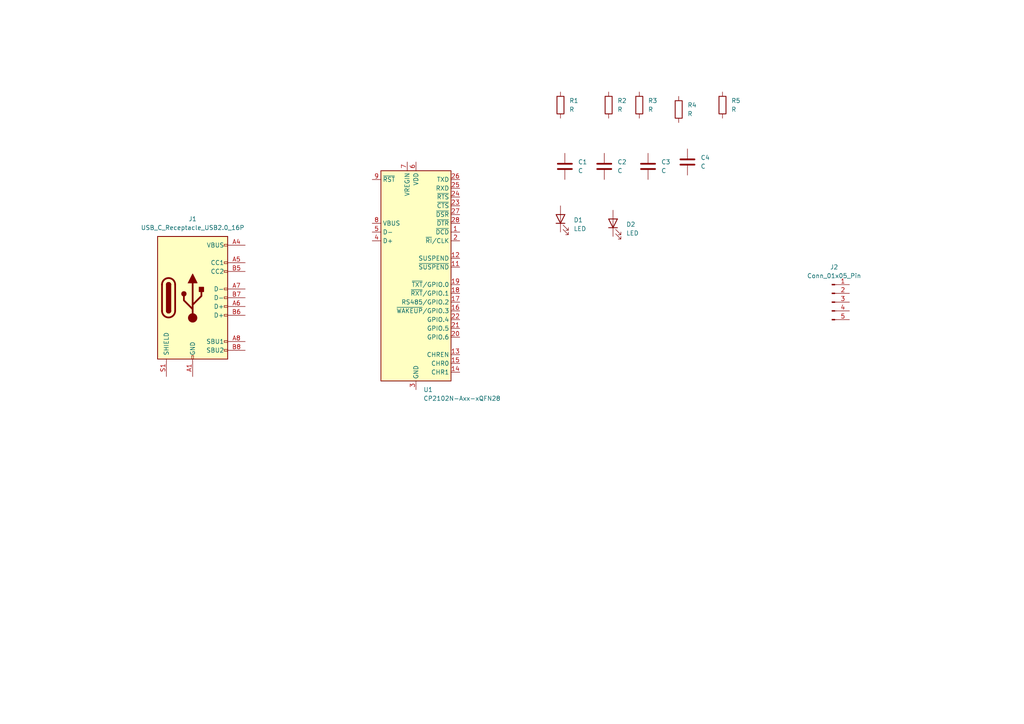
<source format=kicad_sch>
(kicad_sch (version 20250114) (generator "eeschema") (generator_version "9.0")
  (paper "A4")
  (title_block (title "USB to UART Converter Project"))
  (lib_symbols
    (symbol "Connector:Conn_01x05_Pin" (pin_names (offset 1.016) (hide yes))
      (property "Reference" "J" (at 0 7.62 0))
      (property "Value" "Conn_01x05_Pin" (at 0 -7.62 0))
      (symbol "Conn_01x05_Pin_1_1"
        (rectangle (start 0.8636 5.207) (end 0 4.953) (stroke (width 0.1524)) (fill (type outline)))
        (rectangle (start 0.8636 2.667) (end 0 2.413) (stroke (width 0.1524)) (fill (type outline)))
        (rectangle (start 0.8636 0.127) (end 0 -0.127) (stroke (width 0.1524)) (fill (type outline)))
        (rectangle (start 0.8636 -2.413) (end 0 -2.667) (stroke (width 0.1524)) (fill (type outline)))
        (rectangle (start 0.8636 -4.953) (end 0 -5.207) (stroke (width 0.1524)) (fill (type outline)))
        (polyline (pts (xy 1.27 5.08) (xy 0.8636 5.08)) (stroke (width 0.1524)))
        (polyline (pts (xy 1.27 2.54) (xy 0.8636 2.54)) (stroke (width 0.1524)))
        (polyline (pts (xy 1.27 0) (xy 0.8636 0)) (stroke (width 0.1524)))
        (polyline (pts (xy 1.27 -2.54) (xy 0.8636 -2.54)) (stroke (width 0.1524)))
        (polyline (pts (xy 1.27 -5.08) (xy 0.8636 -5.08)) (stroke (width 0.1524)))
        (pin passive line (at 5.08 5.08 180) (length 3.81) (name "Pin_1") (number "1"))
        (pin passive line (at 5.08 2.54 180) (length 3.81) (name "Pin_2") (number "2"))
        (pin passive line (at 5.08 0 180) (length 3.81) (name "Pin_3") (number "3"))
        (pin passive line (at 5.08 -2.54 180) (length 3.81) (name "Pin_4") (number "4"))
        (pin passive line (at 5.08 -5.08 180) (length 3.81) (name "Pin_5") (number "5"))
      )
    )
    (symbol "Connector:USB_C_Receptacle_USB2.0_16P" (pin_names (offset 1.016))
      (property "Reference" "J" (at 0 22.225 0))
      (property "Value" "USB_C_Receptacle_USB2.0_16P" (at 0 19.685 0))
      (symbol "USB_C_Receptacle_USB2.0_16P_0_0"
        (rectangle (start -0.254 -17.78) (end 0.254 -16.764))
        (rectangle (start 10.16 15.494) (end 9.144 14.986))
        (rectangle (start 10.16 10.414) (end 9.144 9.906))
        (rectangle (start 10.16 7.874) (end 9.144 7.366))
        (rectangle (start 10.16 2.794) (end 9.144 2.286))
        (rectangle (start 10.16 0.254) (end 9.144 -0.254))
        (rectangle (start 10.16 -2.286) (end 9.144 -2.794))
        (rectangle (start 10.16 -4.826) (end 9.144 -5.334))
        (rectangle (start 10.16 -12.446) (end 9.144 -12.954))
        (rectangle (start 10.16 -14.986) (end 9.144 -15.494))
      )
      (symbol "USB_C_Receptacle_USB2.0_16P_0_1"
        (rectangle (start -10.16 17.78) (end 10.16 -17.78) (stroke (width 0.254)) (fill (type background)))
        (polyline (pts (xy -8.89 -3.81) (xy -8.89 3.81)) (stroke (width 0.508)))
        (rectangle (start -7.62 -3.81) (end -6.35 3.81) (stroke (width 0.254)) (fill (type outline)))
        (arc (start -7.62 3.81) (mid -6.985 4.4423) (end -6.35 3.81) (stroke (width 0.254)))
        (arc (start -7.62 3.81) (mid -6.985 4.4423) (end -6.35 3.81) (stroke (width 0.254)) (fill (type outline)))
        (arc (start -8.89 3.81) (mid -6.985 5.7067) (end -5.08 3.81) (stroke (width 0.508)))
        (arc (start -5.08 -3.81) (mid -6.985 -5.7067) (end -8.89 -3.81) (stroke (width 0.508)))
        (arc (start -6.35 -3.81) (mid -6.985 -4.4423) (end -7.62 -3.81) (stroke (width 0.254)))
        (arc (start -6.35 -3.81) (mid -6.985 -4.4423) (end -7.62 -3.81) (stroke (width 0.254)) (fill (type outline)))
        (polyline (pts (xy -5.08 3.81) (xy -5.08 -3.81)) (stroke (width 0.508)))
        (circle (center -2.54 1.143) (radius 0.635) (stroke (width 0.254)) (fill (type outline)))
        (polyline (pts (xy -1.27 4.318) (xy 0 6.858) (xy 1.27 4.318) (xy -1.27 4.318)) (stroke (width 0.254)) (fill (type outline)))
        (polyline (pts (xy 0 -2.032) (xy 2.54 0.508) (xy 2.54 1.778)) (stroke (width 0.508)))
        (polyline (pts (xy 0 -3.302) (xy -2.54 -0.762) (xy -2.54 0.508)) (stroke (width 0.508)))
        (polyline (pts (xy 0 -5.842) (xy 0 4.318)) (stroke (width 0.508)))
        (circle (center 0 -5.842) (radius 1.27) (fill (type outline)))
        (rectangle (start 1.905 1.778) (end 3.175 3.048) (stroke (width 0.254)) (fill (type outline)))
      )
      (symbol "USB_C_Receptacle_USB2.0_16P_1_1"
        (pin passive line (at -7.62 -22.86 90) (length 5.08) (name "SHIELD") (number "S1"))
        (pin passive line (at 0 -22.86 90) (length 5.08) (name "GND") (number "A1"))
        (pin passive line (at 0 -22.86 90) (length 5.08) (hide yes) (name "GND") (number "A12"))
        (pin passive line (at 0 -22.86 90) (length 5.08) (hide yes) (name "GND") (number "B1"))
        (pin passive line (at 0 -22.86 90) (length 5.08) (hide yes) (name "GND") (number "B12"))
        (pin passive line (at 15.24 15.24 180) (length 5.08) (name "VBUS") (number "A4"))
        (pin passive line (at 15.24 15.24 180) (length 5.08) (hide yes) (name "VBUS") (number "A9"))
        (pin passive line (at 15.24 15.24 180) (length 5.08) (hide yes) (name "VBUS") (number "B4"))
        (pin passive line (at 15.24 15.24 180) (length 5.08) (hide yes) (name "VBUS") (number "B9"))
        (pin bidirectional line (at 15.24 10.16 180) (length 5.08) (name "CC1") (number "A5"))
        (pin bidirectional line (at 15.24 7.62 180) (length 5.08) (name "CC2") (number "B5"))
        (pin bidirectional line (at 15.24 2.54 180) (length 5.08) (name "D-") (number "A7"))
        (pin bidirectional line (at 15.24 0 180) (length 5.08) (name "D-") (number "B7"))
        (pin bidirectional line (at 15.24 -2.54 180) (length 5.08) (name "D+") (number "A6"))
        (pin bidirectional line (at 15.24 -5.08 180) (length 5.08) (name "D+") (number "B6"))
        (pin bidirectional line (at 15.24 -12.7 180) (length 5.08) (name "SBU1") (number "A8"))
        (pin bidirectional line (at 15.24 -15.24 180) (length 5.08) (name "SBU2") (number "B8"))
      )
    )
    (symbol "Device:C" (pin_numbers (hide yes)) (pin_names (offset 0.254))
      (property "Reference" "C" (at 0.635 2.54 0))
      (property "Value" "C" (at 0.635 -2.54 0))
      (symbol "C_0_1"
        (polyline (pts (xy -2.032 0.762) (xy 2.032 0.762)) (stroke (width 0.508)))
        (polyline (pts (xy -2.032 -0.762) (xy 2.032 -0.762)) (stroke (width 0.508)))
      )
      (symbol "C_1_1"
        (pin passive line (at 0 3.81 270) (length 2.794) (name "~") (number "1"))
        (pin passive line (at 0 -3.81 90) (length 2.794) (name "~") (number "2"))
      )
    )
    (symbol "Device:LED" (pin_numbers (hide yes)) (pin_names (offset 1.016) (hide yes))
      (property "Reference" "D" (at 0 2.54 0))
      (property "Value" "LED" (at 0 -2.54 0))
      (symbol "LED_0_1"
        (polyline (pts (xy -3.048 -0.762) (xy -4.572 -2.286) (xy -3.81 -2.286) (xy -4.572 -2.286) (xy -4.572 -1.524)))
        (polyline (pts (xy -1.778 -0.762) (xy -3.302 -2.286) (xy -2.54 -2.286) (xy -3.302 -2.286) (xy -3.302 -1.524)))
        (polyline (pts (xy -1.27 0) (xy 1.27 0)))
        (polyline (pts (xy -1.27 -1.27) (xy -1.27 1.27)) (stroke (width 0.254)))
        (polyline (pts (xy 1.27 -1.27) (xy 1.27 1.27) (xy -1.27 0) (xy 1.27 -1.27)) (stroke (width 0.254)))
      )
      (symbol "LED_1_1"
        (pin passive line (at -3.81 0 0) (length 2.54) (name "K") (number "1"))
        (pin passive line (at 3.81 0 180) (length 2.54) (name "A") (number "2"))
      )
    )
    (symbol "Device:R" (pin_numbers (hide yes)) (pin_names (offset 0))
      (property "Reference" "R" (at 2.032 0 90))
      (property "Value" "R" (at 0 0 90))
      (symbol "R_0_1"
        (rectangle (start -1.016 -2.54) (end 1.016 2.54) (stroke (width 0.254)))
      )
      (symbol "R_1_1"
        (pin passive line (at 0 3.81 270) (length 1.27) (name "~") (number "1"))
        (pin passive line (at 0 -3.81 90) (length 1.27) (name "~") (number "2"))
      )
    )
    (symbol "Interface_USB:CP2102N-Axx-xQFN28"
      (property "Reference" "U" (at -8.89 31.75 0))
      (property "Value" "CP2102N-Axx-xQFN28" (at 12.7 31.75 0))
      (symbol "CP2102N-Axx-xQFN28_0_1"
        (rectangle (start -10.16 30.48) (end 10.16 -30.48) (stroke (width 0.254)) (fill (type background)))
      )
      (symbol "CP2102N-Axx-xQFN28_1_1"
        (pin input line (at -12.7 27.94 0) (length 2.54) (name "~{RST}") (number "9"))
        (pin input line (at -12.7 15.24 0) (length 2.54) (name "VBUS") (number "8"))
        (pin bidirectional line (at -12.7 12.7 0) (length 2.54) (name "D-") (number "5"))
        (pin bidirectional line (at -12.7 10.16 0) (length 2.54) (name "D+") (number "4"))
        (pin no_connect line (at -10.16 -27.94 0) (length 2.54) (hide yes) (name "NC") (number "10"))
        (pin power_in line (at -2.54 33.02 270) (length 2.54) (name "VREGIN") (number "7"))
        (pin power_in line (at 0 33.02 270) (length 2.54) (name "VDD") (number "6"))
        (pin passive line (at 0 -33.02 90) (length 2.54) (hide yes) (name "GND") (number "29"))
        (pin power_in line (at 0 -33.02 90) (length 2.54) (name "GND") (number "3"))
        (pin output line (at 12.7 27.94 180) (length 2.54) (name "TXD") (number "26"))
        (pin input line (at 12.7 25.4 180) (length 2.54) (name "RXD") (number "25"))
        (pin output line (at 12.7 22.86 180) (length 2.54) (name "~{RTS}") (number "24"))
        (pin input line (at 12.7 20.32 180) (length 2.54) (name "~{CTS}") (number "23"))
        (pin input line (at 12.7 17.78 180) (length 2.54) (name "~{DSR}") (number "27"))
        (pin output line (at 12.7 15.24 180) (length 2.54) (name "~{DTR}") (number "28"))
        (pin input line (at 12.7 12.7 180) (length 2.54) (name "~{DCD}") (number "1"))
        (pin bidirectional line (at 12.7 10.16 180) (length 2.54) (name "~{RI}/CLK") (number "2"))
        (pin output line (at 12.7 5.08 180) (length 2.54) (name "SUSPEND") (number "12"))
        (pin output line (at 12.7 2.54 180) (length 2.54) (name "~{SUSPEND}") (number "11"))
        (pin bidirectional line (at 12.7 -2.54 180) (length 2.54) (name "~{TXT}/GPIO.0") (number "19"))
        (pin bidirectional line (at 12.7 -5.08 180) (length 2.54) (name "~{RXT}/GPIO.1") (number "18"))
        (pin bidirectional line (at 12.7 -7.62 180) (length 2.54) (name "RS485/GPIO.2") (number "17"))
        (pin bidirectional line (at 12.7 -10.16 180) (length 2.54) (name "~{WAKEUP}/GPIO.3") (number "16"))
        (pin bidirectional line (at 12.7 -12.7 180) (length 2.54) (name "GPIO.4") (number "22"))
        (pin bidirectional line (at 12.7 -15.24 180) (length 2.54) (name "GPIO.5") (number "21"))
        (pin bidirectional line (at 12.7 -17.78 180) (length 2.54) (name "GPIO.6") (number "20"))
        (pin output line (at 12.7 -22.86 180) (length 2.54) (name "CHREN") (number "13"))
        (pin output line (at 12.7 -25.4 180) (length 2.54) (name "CHR0") (number "15"))
        (pin output line (at 12.7 -27.94 180) (length 2.54) (name "CHR1") (number "14"))
      )
    )
  )
  (symbol (lib_id "Device:LED") (at 162.56 63.5 90) (unit 1)
    (property "Reference" "D1" (at 166.37 63.8174 90) (effects (justify right)))
    (property "Value" "LED" (at 166.37 66.3574 90) (effects (justify right)))
    (property "Description" "Light emitting diode" (effects (hide yes)))
    (property "Sim.Pins" "1=K 2=A" (effects (hide yes)))
  )
  (symbol (lib_id "Device:C") (at 163.83 48.26 0) (unit 1)
    (property "Reference" "C1" (at 167.64 46.9899 0) (effects (justify left)))
    (property "Value" "C" (at 167.64 49.5299 0) (effects (justify left)))
    (property "Description" "Unpolarized capacitor" (effects (hide yes)))
  )
  (symbol (lib_id "Device:R") (at 176.53 30.48 0) (unit 1)
    (property "Reference" "R2" (at 179.07 29.2099 0) (effects (justify left)))
    (property "Value" "R" (at 179.07 31.7499 0) (effects (justify left)))
    (property "Description" "Resistor" (effects (hide yes)))
  )
  (symbol (lib_id "Device:LED") (at 177.8 64.77 90) (unit 1)
    (property "Reference" "D2" (at 181.61 65.0874 90) (effects (justify right)))
    (property "Value" "LED" (at 181.61 67.6274 90) (effects (justify right)))
    (property "Description" "Light emitting diode" (effects (hide yes)))
    (property "Sim.Pins" "1=K 2=A" (effects (hide yes)))
  )
  (symbol (lib_id "Interface_USB:CP2102N-Axx-xQFN28") (at 120.65 80.01 0) (unit 1)
    (property "Reference" "U1" (at 122.7933 113.03 0) (effects (justify left)))
    (property "Value" "CP2102N-Axx-xQFN28" (at 122.7933 115.57 0) (effects (justify left)))
    (property "Footprint" "Package_DFN_QFN:QFN-28-1EP_5x5mm_P0.5mm_EP3.35x3.35mm" (effects (hide yes)))
    (property "Datasheet" "https://www.silabs.com/documents/public/data-sheets/cp2102n-datasheet.pdf" (effects (hide yes)))
    (property "Description" "USB to UART master bridge, QFN-28" (effects (hide yes)))
  )
  (symbol (lib_id "Device:C") (at 175.26 48.26 0) (unit 1)
    (property "Reference" "C2" (at 179.07 46.9899 0) (effects (justify left)))
    (property "Value" "C" (at 179.07 49.5299 0) (effects (justify left)))
    (property "Description" "Unpolarized capacitor" (effects (hide yes)))
  )
  (symbol (lib_id "Device:R") (at 209.55 30.48 0) (unit 1)
    (property "Reference" "R5" (at 212.09 29.2099 0) (effects (justify left)))
    (property "Value" "R" (at 212.09 31.7499 0) (effects (justify left)))
    (property "Description" "Resistor" (effects (hide yes)))
  )
  (symbol (lib_id "Device:R") (at 196.85 31.75 0) (unit 1)
    (property "Reference" "R4" (at 199.39 30.4799 0) (effects (justify left)))
    (property "Value" "R" (at 199.39 33.0199 0) (effects (justify left)))
    (property "Description" "Resistor" (effects (hide yes)))
  )
  (symbol (lib_id "Device:R") (at 185.42 30.48 0) (unit 1)
    (property "Reference" "R3" (at 187.96 29.2099 0) (effects (justify left)))
    (property "Value" "R" (at 187.96 31.7499 0) (effects (justify left)))
    (property "Description" "Resistor" (effects (hide yes)))
  )
  (symbol (lib_id "Device:C") (at 199.39 46.99 0) (unit 1)
    (property "Reference" "C4" (at 203.2 45.7199 0) (effects (justify left)))
    (property "Value" "C" (at 203.2 48.2599 0) (effects (justify left)))
    (property "Description" "Unpolarized capacitor" (effects (hide yes)))
  )
  (symbol (lib_id "Device:C") (at 187.96 48.26 0) (unit 1)
    (property "Reference" "C3" (at 191.77 46.9899 0) (effects (justify left)))
    (property "Value" "C" (at 191.77 49.5299 0) (effects (justify left)))
    (property "Description" "Unpolarized capacitor" (effects (hide yes)))
  )
  (symbol (lib_id "Connector:USB_C_Receptacle_USB2.0_16P") (at 55.88 86.36 0) (unit 1)
    (property "Reference" "J1" (at 55.88 63.5 0))
    (property "Value" "USB_C_Receptacle_USB2.0_16P" (at 55.88 66.04 0))
    (property "Datasheet" "https://www.usb.org/sites/default/files/documents/usb_type-c.zip" (effects (hide yes)))
    (property "Description" "USB 2.0-only 16P Type-C Receptacle connector" (effects (hide yes)))
  )
  (symbol (lib_id "Device:R") (at 162.56 30.48 0) (unit 1)
    (property "Reference" "R1" (at 165.1 29.2099 0) (effects (justify left)))
    (property "Value" "R" (at 165.1 31.7499 0) (effects (justify left)))
    (property "Description" "Resistor" (effects (hide yes)))
  )
  (symbol (lib_id "Connector:Conn_01x05_Pin") (at 241.3 87.63 0) (unit 1)
    (property "Reference" "J2" (at 241.935 77.47 0))
    (property "Value" "Conn_01x05_Pin" (at 241.935 80.01 0))
    (property "Description" "Generic connector, single row, 01x05, script generated" (effects (hide yes)))
  )
)
</source>
